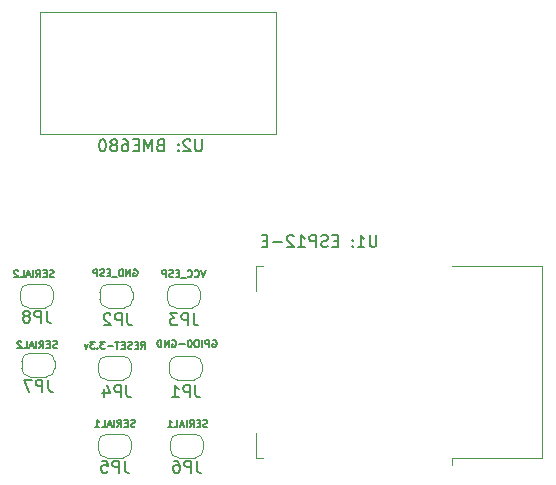
<source format=gbo>
G04 #@! TF.GenerationSoftware,KiCad,Pcbnew,5.1.9+dfsg1-1~bpo10+1*
G04 #@! TF.CreationDate,2021-09-15T19:30:04-04:00*
G04 #@! TF.ProjectId,wifi_shield,77696669-5f73-4686-9965-6c642e6b6963,rev?*
G04 #@! TF.SameCoordinates,Original*
G04 #@! TF.FileFunction,Legend,Bot*
G04 #@! TF.FilePolarity,Positive*
%FSLAX46Y46*%
G04 Gerber Fmt 4.6, Leading zero omitted, Abs format (unit mm)*
G04 Created by KiCad (PCBNEW 5.1.9+dfsg1-1~bpo10+1) date 2021-09-15 19:30:04*
%MOMM*%
%LPD*%
G01*
G04 APERTURE LIST*
%ADD10C,0.150000*%
%ADD11C,0.120000*%
G04 APERTURE END LIST*
D10*
X154516228Y-105983257D02*
X154430514Y-106011828D01*
X154287657Y-106011828D01*
X154230514Y-105983257D01*
X154201942Y-105954685D01*
X154173371Y-105897542D01*
X154173371Y-105840400D01*
X154201942Y-105783257D01*
X154230514Y-105754685D01*
X154287657Y-105726114D01*
X154401942Y-105697542D01*
X154459085Y-105668971D01*
X154487657Y-105640400D01*
X154516228Y-105583257D01*
X154516228Y-105526114D01*
X154487657Y-105468971D01*
X154459085Y-105440400D01*
X154401942Y-105411828D01*
X154259085Y-105411828D01*
X154173371Y-105440400D01*
X153916228Y-105697542D02*
X153716228Y-105697542D01*
X153630514Y-106011828D02*
X153916228Y-106011828D01*
X153916228Y-105411828D01*
X153630514Y-105411828D01*
X153030514Y-106011828D02*
X153230514Y-105726114D01*
X153373371Y-106011828D02*
X153373371Y-105411828D01*
X153144800Y-105411828D01*
X153087657Y-105440400D01*
X153059085Y-105468971D01*
X153030514Y-105526114D01*
X153030514Y-105611828D01*
X153059085Y-105668971D01*
X153087657Y-105697542D01*
X153144800Y-105726114D01*
X153373371Y-105726114D01*
X152773371Y-106011828D02*
X152773371Y-105411828D01*
X152516228Y-105840400D02*
X152230514Y-105840400D01*
X152573371Y-106011828D02*
X152373371Y-105411828D01*
X152173371Y-106011828D01*
X151687657Y-106011828D02*
X151973371Y-106011828D01*
X151973371Y-105411828D01*
X151173371Y-106011828D02*
X151516228Y-106011828D01*
X151344800Y-106011828D02*
X151344800Y-105411828D01*
X151401942Y-105497542D01*
X151459085Y-105554685D01*
X151516228Y-105583257D01*
X148394828Y-105957857D02*
X148309114Y-105986428D01*
X148166257Y-105986428D01*
X148109114Y-105957857D01*
X148080542Y-105929285D01*
X148051971Y-105872142D01*
X148051971Y-105815000D01*
X148080542Y-105757857D01*
X148109114Y-105729285D01*
X148166257Y-105700714D01*
X148280542Y-105672142D01*
X148337685Y-105643571D01*
X148366257Y-105615000D01*
X148394828Y-105557857D01*
X148394828Y-105500714D01*
X148366257Y-105443571D01*
X148337685Y-105415000D01*
X148280542Y-105386428D01*
X148137685Y-105386428D01*
X148051971Y-105415000D01*
X147794828Y-105672142D02*
X147594828Y-105672142D01*
X147509114Y-105986428D02*
X147794828Y-105986428D01*
X147794828Y-105386428D01*
X147509114Y-105386428D01*
X146909114Y-105986428D02*
X147109114Y-105700714D01*
X147251971Y-105986428D02*
X147251971Y-105386428D01*
X147023400Y-105386428D01*
X146966257Y-105415000D01*
X146937685Y-105443571D01*
X146909114Y-105500714D01*
X146909114Y-105586428D01*
X146937685Y-105643571D01*
X146966257Y-105672142D01*
X147023400Y-105700714D01*
X147251971Y-105700714D01*
X146651971Y-105986428D02*
X146651971Y-105386428D01*
X146394828Y-105815000D02*
X146109114Y-105815000D01*
X146451971Y-105986428D02*
X146251971Y-105386428D01*
X146051971Y-105986428D01*
X145566257Y-105986428D02*
X145851971Y-105986428D01*
X145851971Y-105386428D01*
X145051971Y-105986428D02*
X145394828Y-105986428D01*
X145223400Y-105986428D02*
X145223400Y-105386428D01*
X145280542Y-105472142D01*
X145337685Y-105529285D01*
X145394828Y-105557857D01*
X141511428Y-93283257D02*
X141425714Y-93311828D01*
X141282857Y-93311828D01*
X141225714Y-93283257D01*
X141197142Y-93254685D01*
X141168571Y-93197542D01*
X141168571Y-93140400D01*
X141197142Y-93083257D01*
X141225714Y-93054685D01*
X141282857Y-93026114D01*
X141397142Y-92997542D01*
X141454285Y-92968971D01*
X141482857Y-92940400D01*
X141511428Y-92883257D01*
X141511428Y-92826114D01*
X141482857Y-92768971D01*
X141454285Y-92740400D01*
X141397142Y-92711828D01*
X141254285Y-92711828D01*
X141168571Y-92740400D01*
X140911428Y-92997542D02*
X140711428Y-92997542D01*
X140625714Y-93311828D02*
X140911428Y-93311828D01*
X140911428Y-92711828D01*
X140625714Y-92711828D01*
X140025714Y-93311828D02*
X140225714Y-93026114D01*
X140368571Y-93311828D02*
X140368571Y-92711828D01*
X140140000Y-92711828D01*
X140082857Y-92740400D01*
X140054285Y-92768971D01*
X140025714Y-92826114D01*
X140025714Y-92911828D01*
X140054285Y-92968971D01*
X140082857Y-92997542D01*
X140140000Y-93026114D01*
X140368571Y-93026114D01*
X139768571Y-93311828D02*
X139768571Y-92711828D01*
X139511428Y-93140400D02*
X139225714Y-93140400D01*
X139568571Y-93311828D02*
X139368571Y-92711828D01*
X139168571Y-93311828D01*
X138682857Y-93311828D02*
X138968571Y-93311828D01*
X138968571Y-92711828D01*
X138511428Y-92768971D02*
X138482857Y-92740400D01*
X138425714Y-92711828D01*
X138282857Y-92711828D01*
X138225714Y-92740400D01*
X138197142Y-92768971D01*
X138168571Y-92826114D01*
X138168571Y-92883257D01*
X138197142Y-92968971D01*
X138540000Y-93311828D01*
X138168571Y-93311828D01*
X141790828Y-99303057D02*
X141705114Y-99331628D01*
X141562257Y-99331628D01*
X141505114Y-99303057D01*
X141476542Y-99274485D01*
X141447971Y-99217342D01*
X141447971Y-99160200D01*
X141476542Y-99103057D01*
X141505114Y-99074485D01*
X141562257Y-99045914D01*
X141676542Y-99017342D01*
X141733685Y-98988771D01*
X141762257Y-98960200D01*
X141790828Y-98903057D01*
X141790828Y-98845914D01*
X141762257Y-98788771D01*
X141733685Y-98760200D01*
X141676542Y-98731628D01*
X141533685Y-98731628D01*
X141447971Y-98760200D01*
X141190828Y-99017342D02*
X140990828Y-99017342D01*
X140905114Y-99331628D02*
X141190828Y-99331628D01*
X141190828Y-98731628D01*
X140905114Y-98731628D01*
X140305114Y-99331628D02*
X140505114Y-99045914D01*
X140647971Y-99331628D02*
X140647971Y-98731628D01*
X140419400Y-98731628D01*
X140362257Y-98760200D01*
X140333685Y-98788771D01*
X140305114Y-98845914D01*
X140305114Y-98931628D01*
X140333685Y-98988771D01*
X140362257Y-99017342D01*
X140419400Y-99045914D01*
X140647971Y-99045914D01*
X140047971Y-99331628D02*
X140047971Y-98731628D01*
X139790828Y-99160200D02*
X139505114Y-99160200D01*
X139847971Y-99331628D02*
X139647971Y-98731628D01*
X139447971Y-99331628D01*
X138962257Y-99331628D02*
X139247971Y-99331628D01*
X139247971Y-98731628D01*
X138790828Y-98788771D02*
X138762257Y-98760200D01*
X138705114Y-98731628D01*
X138562257Y-98731628D01*
X138505114Y-98760200D01*
X138476542Y-98788771D01*
X138447971Y-98845914D01*
X138447971Y-98903057D01*
X138476542Y-98988771D01*
X138819400Y-99331628D01*
X138447971Y-99331628D01*
X148909114Y-99382428D02*
X149109114Y-99096714D01*
X149251971Y-99382428D02*
X149251971Y-98782428D01*
X149023400Y-98782428D01*
X148966257Y-98811000D01*
X148937685Y-98839571D01*
X148909114Y-98896714D01*
X148909114Y-98982428D01*
X148937685Y-99039571D01*
X148966257Y-99068142D01*
X149023400Y-99096714D01*
X149251971Y-99096714D01*
X148651971Y-99068142D02*
X148451971Y-99068142D01*
X148366257Y-99382428D02*
X148651971Y-99382428D01*
X148651971Y-98782428D01*
X148366257Y-98782428D01*
X148137685Y-99353857D02*
X148051971Y-99382428D01*
X147909114Y-99382428D01*
X147851971Y-99353857D01*
X147823400Y-99325285D01*
X147794828Y-99268142D01*
X147794828Y-99211000D01*
X147823400Y-99153857D01*
X147851971Y-99125285D01*
X147909114Y-99096714D01*
X148023400Y-99068142D01*
X148080542Y-99039571D01*
X148109114Y-99011000D01*
X148137685Y-98953857D01*
X148137685Y-98896714D01*
X148109114Y-98839571D01*
X148080542Y-98811000D01*
X148023400Y-98782428D01*
X147880542Y-98782428D01*
X147794828Y-98811000D01*
X147537685Y-99068142D02*
X147337685Y-99068142D01*
X147251971Y-99382428D02*
X147537685Y-99382428D01*
X147537685Y-98782428D01*
X147251971Y-98782428D01*
X147080542Y-98782428D02*
X146737685Y-98782428D01*
X146909114Y-99382428D02*
X146909114Y-98782428D01*
X146537685Y-99153857D02*
X146080542Y-99153857D01*
X145851971Y-98782428D02*
X145480542Y-98782428D01*
X145680542Y-99011000D01*
X145594828Y-99011000D01*
X145537685Y-99039571D01*
X145509114Y-99068142D01*
X145480542Y-99125285D01*
X145480542Y-99268142D01*
X145509114Y-99325285D01*
X145537685Y-99353857D01*
X145594828Y-99382428D01*
X145766257Y-99382428D01*
X145823400Y-99353857D01*
X145851971Y-99325285D01*
X145223400Y-99325285D02*
X145194828Y-99353857D01*
X145223400Y-99382428D01*
X145251971Y-99353857D01*
X145223400Y-99325285D01*
X145223400Y-99382428D01*
X144994828Y-98782428D02*
X144623400Y-98782428D01*
X144823400Y-99011000D01*
X144737685Y-99011000D01*
X144680542Y-99039571D01*
X144651971Y-99068142D01*
X144623400Y-99125285D01*
X144623400Y-99268142D01*
X144651971Y-99325285D01*
X144680542Y-99353857D01*
X144737685Y-99382428D01*
X144909114Y-99382428D01*
X144966257Y-99353857D01*
X144994828Y-99325285D01*
X144423400Y-98982428D02*
X144280542Y-99382428D01*
X144137685Y-98982428D01*
X154965428Y-98684000D02*
X155022571Y-98655428D01*
X155108285Y-98655428D01*
X155194000Y-98684000D01*
X155251142Y-98741142D01*
X155279714Y-98798285D01*
X155308285Y-98912571D01*
X155308285Y-98998285D01*
X155279714Y-99112571D01*
X155251142Y-99169714D01*
X155194000Y-99226857D01*
X155108285Y-99255428D01*
X155051142Y-99255428D01*
X154965428Y-99226857D01*
X154936857Y-99198285D01*
X154936857Y-98998285D01*
X155051142Y-98998285D01*
X154679714Y-99255428D02*
X154679714Y-98655428D01*
X154451142Y-98655428D01*
X154394000Y-98684000D01*
X154365428Y-98712571D01*
X154336857Y-98769714D01*
X154336857Y-98855428D01*
X154365428Y-98912571D01*
X154394000Y-98941142D01*
X154451142Y-98969714D01*
X154679714Y-98969714D01*
X154079714Y-99255428D02*
X154079714Y-98655428D01*
X153679714Y-98655428D02*
X153565428Y-98655428D01*
X153508285Y-98684000D01*
X153451142Y-98741142D01*
X153422571Y-98855428D01*
X153422571Y-99055428D01*
X153451142Y-99169714D01*
X153508285Y-99226857D01*
X153565428Y-99255428D01*
X153679714Y-99255428D01*
X153736857Y-99226857D01*
X153794000Y-99169714D01*
X153822571Y-99055428D01*
X153822571Y-98855428D01*
X153794000Y-98741142D01*
X153736857Y-98684000D01*
X153679714Y-98655428D01*
X153051142Y-98655428D02*
X152994000Y-98655428D01*
X152936857Y-98684000D01*
X152908285Y-98712571D01*
X152879714Y-98769714D01*
X152851142Y-98884000D01*
X152851142Y-99026857D01*
X152879714Y-99141142D01*
X152908285Y-99198285D01*
X152936857Y-99226857D01*
X152994000Y-99255428D01*
X153051142Y-99255428D01*
X153108285Y-99226857D01*
X153136857Y-99198285D01*
X153165428Y-99141142D01*
X153194000Y-99026857D01*
X153194000Y-98884000D01*
X153165428Y-98769714D01*
X153136857Y-98712571D01*
X153108285Y-98684000D01*
X153051142Y-98655428D01*
X152594000Y-99026857D02*
X152136857Y-99026857D01*
X151536857Y-98684000D02*
X151594000Y-98655428D01*
X151679714Y-98655428D01*
X151765428Y-98684000D01*
X151822571Y-98741142D01*
X151851142Y-98798285D01*
X151879714Y-98912571D01*
X151879714Y-98998285D01*
X151851142Y-99112571D01*
X151822571Y-99169714D01*
X151765428Y-99226857D01*
X151679714Y-99255428D01*
X151622571Y-99255428D01*
X151536857Y-99226857D01*
X151508285Y-99198285D01*
X151508285Y-98998285D01*
X151622571Y-98998285D01*
X151251142Y-99255428D02*
X151251142Y-98655428D01*
X150908285Y-99255428D01*
X150908285Y-98655428D01*
X150622571Y-99255428D02*
X150622571Y-98655428D01*
X150479714Y-98655428D01*
X150394000Y-98684000D01*
X150336857Y-98741142D01*
X150308285Y-98798285D01*
X150279714Y-98912571D01*
X150279714Y-98998285D01*
X150308285Y-99112571D01*
X150336857Y-99169714D01*
X150394000Y-99226857D01*
X150479714Y-99255428D01*
X150622571Y-99255428D01*
X154400314Y-92711828D02*
X154200314Y-93311828D01*
X154000314Y-92711828D01*
X153457457Y-93254685D02*
X153486028Y-93283257D01*
X153571742Y-93311828D01*
X153628885Y-93311828D01*
X153714600Y-93283257D01*
X153771742Y-93226114D01*
X153800314Y-93168971D01*
X153828885Y-93054685D01*
X153828885Y-92968971D01*
X153800314Y-92854685D01*
X153771742Y-92797542D01*
X153714600Y-92740400D01*
X153628885Y-92711828D01*
X153571742Y-92711828D01*
X153486028Y-92740400D01*
X153457457Y-92768971D01*
X152857457Y-93254685D02*
X152886028Y-93283257D01*
X152971742Y-93311828D01*
X153028885Y-93311828D01*
X153114600Y-93283257D01*
X153171742Y-93226114D01*
X153200314Y-93168971D01*
X153228885Y-93054685D01*
X153228885Y-92968971D01*
X153200314Y-92854685D01*
X153171742Y-92797542D01*
X153114600Y-92740400D01*
X153028885Y-92711828D01*
X152971742Y-92711828D01*
X152886028Y-92740400D01*
X152857457Y-92768971D01*
X152743171Y-93368971D02*
X152286028Y-93368971D01*
X152143171Y-92997542D02*
X151943171Y-92997542D01*
X151857457Y-93311828D02*
X152143171Y-93311828D01*
X152143171Y-92711828D01*
X151857457Y-92711828D01*
X151628885Y-93283257D02*
X151543171Y-93311828D01*
X151400314Y-93311828D01*
X151343171Y-93283257D01*
X151314600Y-93254685D01*
X151286028Y-93197542D01*
X151286028Y-93140400D01*
X151314600Y-93083257D01*
X151343171Y-93054685D01*
X151400314Y-93026114D01*
X151514600Y-92997542D01*
X151571742Y-92968971D01*
X151600314Y-92940400D01*
X151628885Y-92883257D01*
X151628885Y-92826114D01*
X151600314Y-92768971D01*
X151571742Y-92740400D01*
X151514600Y-92711828D01*
X151371742Y-92711828D01*
X151286028Y-92740400D01*
X151028885Y-93311828D02*
X151028885Y-92711828D01*
X150800314Y-92711828D01*
X150743171Y-92740400D01*
X150714600Y-92768971D01*
X150686028Y-92826114D01*
X150686028Y-92911828D01*
X150714600Y-92968971D01*
X150743171Y-92997542D01*
X150800314Y-93026114D01*
X151028885Y-93026114D01*
X148291657Y-92689600D02*
X148348800Y-92661028D01*
X148434514Y-92661028D01*
X148520228Y-92689600D01*
X148577371Y-92746742D01*
X148605942Y-92803885D01*
X148634514Y-92918171D01*
X148634514Y-93003885D01*
X148605942Y-93118171D01*
X148577371Y-93175314D01*
X148520228Y-93232457D01*
X148434514Y-93261028D01*
X148377371Y-93261028D01*
X148291657Y-93232457D01*
X148263085Y-93203885D01*
X148263085Y-93003885D01*
X148377371Y-93003885D01*
X148005942Y-93261028D02*
X148005942Y-92661028D01*
X147663085Y-93261028D01*
X147663085Y-92661028D01*
X147377371Y-93261028D02*
X147377371Y-92661028D01*
X147234514Y-92661028D01*
X147148800Y-92689600D01*
X147091657Y-92746742D01*
X147063085Y-92803885D01*
X147034514Y-92918171D01*
X147034514Y-93003885D01*
X147063085Y-93118171D01*
X147091657Y-93175314D01*
X147148800Y-93232457D01*
X147234514Y-93261028D01*
X147377371Y-93261028D01*
X146920228Y-93318171D02*
X146463085Y-93318171D01*
X146320228Y-92946742D02*
X146120228Y-92946742D01*
X146034514Y-93261028D02*
X146320228Y-93261028D01*
X146320228Y-92661028D01*
X146034514Y-92661028D01*
X145805942Y-93232457D02*
X145720228Y-93261028D01*
X145577371Y-93261028D01*
X145520228Y-93232457D01*
X145491657Y-93203885D01*
X145463085Y-93146742D01*
X145463085Y-93089600D01*
X145491657Y-93032457D01*
X145520228Y-93003885D01*
X145577371Y-92975314D01*
X145691657Y-92946742D01*
X145748800Y-92918171D01*
X145777371Y-92889600D01*
X145805942Y-92832457D01*
X145805942Y-92775314D01*
X145777371Y-92718171D01*
X145748800Y-92689600D01*
X145691657Y-92661028D01*
X145548800Y-92661028D01*
X145463085Y-92689600D01*
X145205942Y-93261028D02*
X145205942Y-92661028D01*
X144977371Y-92661028D01*
X144920228Y-92689600D01*
X144891657Y-92718171D01*
X144863085Y-92775314D01*
X144863085Y-92861028D01*
X144891657Y-92918171D01*
X144920228Y-92946742D01*
X144977371Y-92975314D01*
X145205942Y-92975314D01*
D11*
X182870000Y-108620000D02*
X182870000Y-92380000D01*
X182870000Y-92380000D02*
X175250000Y-92380000D01*
X159250000Y-92380000D02*
X158630000Y-92380000D01*
X158630000Y-92380000D02*
X158630000Y-94500000D01*
X158630000Y-106500000D02*
X158630000Y-108620000D01*
X158630000Y-108620000D02*
X159250000Y-108620000D01*
X175250000Y-108620000D02*
X182870000Y-108620000D01*
X175250000Y-108620000D02*
X175250000Y-109230000D01*
X146110000Y-95920000D02*
X147510000Y-95920000D01*
X148210000Y-95220000D02*
X148210000Y-94620000D01*
X147510000Y-93920000D02*
X146110000Y-93920000D01*
X145410000Y-94620000D02*
X145410000Y-95220000D01*
X145410000Y-95220000D02*
G75*
G03*
X146110000Y-95920000I700000J0D01*
G01*
X146110000Y-93920000D02*
G75*
G03*
X145410000Y-94620000I0J-700000D01*
G01*
X148210000Y-94620000D02*
G75*
G03*
X147510000Y-93920000I-700000J0D01*
G01*
X147510000Y-95920000D02*
G75*
G03*
X148210000Y-95220000I0J700000D01*
G01*
X140340000Y-80880000D02*
X140340000Y-70880000D01*
X140340000Y-70880000D02*
X160340000Y-70880000D01*
X160340000Y-70880000D02*
X160340000Y-80880000D01*
X160340000Y-81200000D02*
X140340000Y-81200000D01*
X160340000Y-80880000D02*
X160340000Y-81200000D01*
X140340000Y-81200000D02*
X140340000Y-80880000D01*
X151282000Y-100716000D02*
X151282000Y-101316000D01*
X153382000Y-100016000D02*
X151982000Y-100016000D01*
X154082000Y-101316000D02*
X154082000Y-100716000D01*
X151982000Y-102016000D02*
X153382000Y-102016000D01*
X153382000Y-102016000D02*
G75*
G03*
X154082000Y-101316000I0J700000D01*
G01*
X154082000Y-100716000D02*
G75*
G03*
X153382000Y-100016000I-700000J0D01*
G01*
X151982000Y-100016000D02*
G75*
G03*
X151282000Y-100716000I0J-700000D01*
G01*
X151282000Y-101316000D02*
G75*
G03*
X151982000Y-102016000I700000J0D01*
G01*
X138694000Y-94620000D02*
X138694000Y-95220000D01*
X140794000Y-93920000D02*
X139394000Y-93920000D01*
X141494000Y-95220000D02*
X141494000Y-94620000D01*
X139394000Y-95920000D02*
X140794000Y-95920000D01*
X140794000Y-95920000D02*
G75*
G03*
X141494000Y-95220000I0J700000D01*
G01*
X141494000Y-94620000D02*
G75*
G03*
X140794000Y-93920000I-700000J0D01*
G01*
X139394000Y-93920000D02*
G75*
G03*
X138694000Y-94620000I0J-700000D01*
G01*
X138694000Y-95220000D02*
G75*
G03*
X139394000Y-95920000I700000J0D01*
G01*
X138806000Y-100462000D02*
X138806000Y-101062000D01*
X140906000Y-99762000D02*
X139506000Y-99762000D01*
X141606000Y-101062000D02*
X141606000Y-100462000D01*
X139506000Y-101762000D02*
X140906000Y-101762000D01*
X140906000Y-101762000D02*
G75*
G03*
X141606000Y-101062000I0J700000D01*
G01*
X141606000Y-100462000D02*
G75*
G03*
X140906000Y-99762000I-700000J0D01*
G01*
X139506000Y-99762000D02*
G75*
G03*
X138806000Y-100462000I0J-700000D01*
G01*
X138806000Y-101062000D02*
G75*
G03*
X139506000Y-101762000I700000J0D01*
G01*
X152094000Y-108620000D02*
X153494000Y-108620000D01*
X154194000Y-107920000D02*
X154194000Y-107320000D01*
X153494000Y-106620000D02*
X152094000Y-106620000D01*
X151394000Y-107320000D02*
X151394000Y-107920000D01*
X151394000Y-107920000D02*
G75*
G03*
X152094000Y-108620000I700000J0D01*
G01*
X152094000Y-106620000D02*
G75*
G03*
X151394000Y-107320000I0J-700000D01*
G01*
X154194000Y-107320000D02*
G75*
G03*
X153494000Y-106620000I-700000J0D01*
G01*
X153494000Y-108620000D02*
G75*
G03*
X154194000Y-107920000I0J700000D01*
G01*
X151140000Y-94620000D02*
X151140000Y-95220000D01*
X153240000Y-93920000D02*
X151840000Y-93920000D01*
X153940000Y-95220000D02*
X153940000Y-94620000D01*
X151840000Y-95920000D02*
X153240000Y-95920000D01*
X153240000Y-95920000D02*
G75*
G03*
X153940000Y-95220000I0J700000D01*
G01*
X153940000Y-94620000D02*
G75*
G03*
X153240000Y-93920000I-700000J0D01*
G01*
X151840000Y-93920000D02*
G75*
G03*
X151140000Y-94620000I0J-700000D01*
G01*
X151140000Y-95220000D02*
G75*
G03*
X151840000Y-95920000I700000J0D01*
G01*
X145998000Y-102016000D02*
X147398000Y-102016000D01*
X148098000Y-101316000D02*
X148098000Y-100716000D01*
X147398000Y-100016000D02*
X145998000Y-100016000D01*
X145298000Y-100716000D02*
X145298000Y-101316000D01*
X145298000Y-101316000D02*
G75*
G03*
X145998000Y-102016000I700000J0D01*
G01*
X145998000Y-100016000D02*
G75*
G03*
X145298000Y-100716000I0J-700000D01*
G01*
X148098000Y-100716000D02*
G75*
G03*
X147398000Y-100016000I-700000J0D01*
G01*
X147398000Y-102016000D02*
G75*
G03*
X148098000Y-101316000I0J700000D01*
G01*
X145998000Y-108620000D02*
X147398000Y-108620000D01*
X148098000Y-107920000D02*
X148098000Y-107320000D01*
X147398000Y-106620000D02*
X145998000Y-106620000D01*
X145298000Y-107320000D02*
X145298000Y-107920000D01*
X145298000Y-107920000D02*
G75*
G03*
X145998000Y-108620000I700000J0D01*
G01*
X145998000Y-106620000D02*
G75*
G03*
X145298000Y-107320000I0J-700000D01*
G01*
X148098000Y-107320000D02*
G75*
G03*
X147398000Y-106620000I-700000J0D01*
G01*
X147398000Y-108620000D02*
G75*
G03*
X148098000Y-107920000I0J700000D01*
G01*
D10*
X168828733Y-89774980D02*
X168828733Y-90584504D01*
X168781114Y-90679742D01*
X168733495Y-90727361D01*
X168638257Y-90774980D01*
X168447780Y-90774980D01*
X168352542Y-90727361D01*
X168304923Y-90679742D01*
X168257304Y-90584504D01*
X168257304Y-89774980D01*
X167257304Y-90774980D02*
X167828733Y-90774980D01*
X167543019Y-90774980D02*
X167543019Y-89774980D01*
X167638257Y-89917838D01*
X167733495Y-90013076D01*
X167828733Y-90060695D01*
X166828733Y-90679742D02*
X166781114Y-90727361D01*
X166828733Y-90774980D01*
X166876352Y-90727361D01*
X166828733Y-90679742D01*
X166828733Y-90774980D01*
X166828733Y-90155933D02*
X166781114Y-90203552D01*
X166828733Y-90251171D01*
X166876352Y-90203552D01*
X166828733Y-90155933D01*
X166828733Y-90251171D01*
X165590638Y-90251171D02*
X165257304Y-90251171D01*
X165114447Y-90774980D02*
X165590638Y-90774980D01*
X165590638Y-89774980D01*
X165114447Y-89774980D01*
X164733495Y-90727361D02*
X164590638Y-90774980D01*
X164352542Y-90774980D01*
X164257304Y-90727361D01*
X164209685Y-90679742D01*
X164162066Y-90584504D01*
X164162066Y-90489266D01*
X164209685Y-90394028D01*
X164257304Y-90346409D01*
X164352542Y-90298790D01*
X164543019Y-90251171D01*
X164638257Y-90203552D01*
X164685876Y-90155933D01*
X164733495Y-90060695D01*
X164733495Y-89965457D01*
X164685876Y-89870219D01*
X164638257Y-89822600D01*
X164543019Y-89774980D01*
X164304923Y-89774980D01*
X164162066Y-89822600D01*
X163733495Y-90774980D02*
X163733495Y-89774980D01*
X163352542Y-89774980D01*
X163257304Y-89822600D01*
X163209685Y-89870219D01*
X163162066Y-89965457D01*
X163162066Y-90108314D01*
X163209685Y-90203552D01*
X163257304Y-90251171D01*
X163352542Y-90298790D01*
X163733495Y-90298790D01*
X162209685Y-90774980D02*
X162781114Y-90774980D01*
X162495400Y-90774980D02*
X162495400Y-89774980D01*
X162590638Y-89917838D01*
X162685876Y-90013076D01*
X162781114Y-90060695D01*
X161828733Y-89870219D02*
X161781114Y-89822600D01*
X161685876Y-89774980D01*
X161447780Y-89774980D01*
X161352542Y-89822600D01*
X161304923Y-89870219D01*
X161257304Y-89965457D01*
X161257304Y-90060695D01*
X161304923Y-90203552D01*
X161876352Y-90774980D01*
X161257304Y-90774980D01*
X160828733Y-90394028D02*
X160066828Y-90394028D01*
X159590638Y-90251171D02*
X159257304Y-90251171D01*
X159114447Y-90774980D02*
X159590638Y-90774980D01*
X159590638Y-89774980D01*
X159114447Y-89774980D01*
X147743333Y-96404380D02*
X147743333Y-97118666D01*
X147790952Y-97261523D01*
X147886190Y-97356761D01*
X148029047Y-97404380D01*
X148124285Y-97404380D01*
X147267142Y-97404380D02*
X147267142Y-96404380D01*
X146886190Y-96404380D01*
X146790952Y-96452000D01*
X146743333Y-96499619D01*
X146695714Y-96594857D01*
X146695714Y-96737714D01*
X146743333Y-96832952D01*
X146790952Y-96880571D01*
X146886190Y-96928190D01*
X147267142Y-96928190D01*
X146314761Y-96499619D02*
X146267142Y-96452000D01*
X146171904Y-96404380D01*
X145933809Y-96404380D01*
X145838571Y-96452000D01*
X145790952Y-96499619D01*
X145743333Y-96594857D01*
X145743333Y-96690095D01*
X145790952Y-96832952D01*
X146362380Y-97404380D01*
X145743333Y-97404380D01*
X154079333Y-81672380D02*
X154079333Y-82481904D01*
X154031714Y-82577142D01*
X153984095Y-82624761D01*
X153888857Y-82672380D01*
X153698380Y-82672380D01*
X153603142Y-82624761D01*
X153555523Y-82577142D01*
X153507904Y-82481904D01*
X153507904Y-81672380D01*
X153079333Y-81767619D02*
X153031714Y-81720000D01*
X152936476Y-81672380D01*
X152698380Y-81672380D01*
X152603142Y-81720000D01*
X152555523Y-81767619D01*
X152507904Y-81862857D01*
X152507904Y-81958095D01*
X152555523Y-82100952D01*
X153126952Y-82672380D01*
X152507904Y-82672380D01*
X152079333Y-82577142D02*
X152031714Y-82624761D01*
X152079333Y-82672380D01*
X152126952Y-82624761D01*
X152079333Y-82577142D01*
X152079333Y-82672380D01*
X152079333Y-82053333D02*
X152031714Y-82100952D01*
X152079333Y-82148571D01*
X152126952Y-82100952D01*
X152079333Y-82053333D01*
X152079333Y-82148571D01*
X150507904Y-82148571D02*
X150365047Y-82196190D01*
X150317428Y-82243809D01*
X150269809Y-82339047D01*
X150269809Y-82481904D01*
X150317428Y-82577142D01*
X150365047Y-82624761D01*
X150460285Y-82672380D01*
X150841238Y-82672380D01*
X150841238Y-81672380D01*
X150507904Y-81672380D01*
X150412666Y-81720000D01*
X150365047Y-81767619D01*
X150317428Y-81862857D01*
X150317428Y-81958095D01*
X150365047Y-82053333D01*
X150412666Y-82100952D01*
X150507904Y-82148571D01*
X150841238Y-82148571D01*
X149841238Y-82672380D02*
X149841238Y-81672380D01*
X149507904Y-82386666D01*
X149174571Y-81672380D01*
X149174571Y-82672380D01*
X148698380Y-82148571D02*
X148365047Y-82148571D01*
X148222190Y-82672380D02*
X148698380Y-82672380D01*
X148698380Y-81672380D01*
X148222190Y-81672380D01*
X147365047Y-81672380D02*
X147555523Y-81672380D01*
X147650761Y-81720000D01*
X147698380Y-81767619D01*
X147793619Y-81910476D01*
X147841238Y-82100952D01*
X147841238Y-82481904D01*
X147793619Y-82577142D01*
X147746000Y-82624761D01*
X147650761Y-82672380D01*
X147460285Y-82672380D01*
X147365047Y-82624761D01*
X147317428Y-82577142D01*
X147269809Y-82481904D01*
X147269809Y-82243809D01*
X147317428Y-82148571D01*
X147365047Y-82100952D01*
X147460285Y-82053333D01*
X147650761Y-82053333D01*
X147746000Y-82100952D01*
X147793619Y-82148571D01*
X147841238Y-82243809D01*
X146698380Y-82100952D02*
X146793619Y-82053333D01*
X146841238Y-82005714D01*
X146888857Y-81910476D01*
X146888857Y-81862857D01*
X146841238Y-81767619D01*
X146793619Y-81720000D01*
X146698380Y-81672380D01*
X146507904Y-81672380D01*
X146412666Y-81720000D01*
X146365047Y-81767619D01*
X146317428Y-81862857D01*
X146317428Y-81910476D01*
X146365047Y-82005714D01*
X146412666Y-82053333D01*
X146507904Y-82100952D01*
X146698380Y-82100952D01*
X146793619Y-82148571D01*
X146841238Y-82196190D01*
X146888857Y-82291428D01*
X146888857Y-82481904D01*
X146841238Y-82577142D01*
X146793619Y-82624761D01*
X146698380Y-82672380D01*
X146507904Y-82672380D01*
X146412666Y-82624761D01*
X146365047Y-82577142D01*
X146317428Y-82481904D01*
X146317428Y-82291428D01*
X146365047Y-82196190D01*
X146412666Y-82148571D01*
X146507904Y-82100952D01*
X145698380Y-81672380D02*
X145603142Y-81672380D01*
X145507904Y-81720000D01*
X145460285Y-81767619D01*
X145412666Y-81862857D01*
X145365047Y-82053333D01*
X145365047Y-82291428D01*
X145412666Y-82481904D01*
X145460285Y-82577142D01*
X145507904Y-82624761D01*
X145603142Y-82672380D01*
X145698380Y-82672380D01*
X145793619Y-82624761D01*
X145841238Y-82577142D01*
X145888857Y-82481904D01*
X145936476Y-82291428D01*
X145936476Y-82053333D01*
X145888857Y-81862857D01*
X145841238Y-81767619D01*
X145793619Y-81720000D01*
X145698380Y-81672380D01*
X153515333Y-102500380D02*
X153515333Y-103214666D01*
X153562952Y-103357523D01*
X153658190Y-103452761D01*
X153801047Y-103500380D01*
X153896285Y-103500380D01*
X153039142Y-103500380D02*
X153039142Y-102500380D01*
X152658190Y-102500380D01*
X152562952Y-102548000D01*
X152515333Y-102595619D01*
X152467714Y-102690857D01*
X152467714Y-102833714D01*
X152515333Y-102928952D01*
X152562952Y-102976571D01*
X152658190Y-103024190D01*
X153039142Y-103024190D01*
X151515333Y-103500380D02*
X152086761Y-103500380D01*
X151801047Y-103500380D02*
X151801047Y-102500380D01*
X151896285Y-102643238D01*
X151991523Y-102738476D01*
X152086761Y-102786095D01*
X140927333Y-96172380D02*
X140927333Y-96886666D01*
X140974952Y-97029523D01*
X141070190Y-97124761D01*
X141213047Y-97172380D01*
X141308285Y-97172380D01*
X140451142Y-97172380D02*
X140451142Y-96172380D01*
X140070190Y-96172380D01*
X139974952Y-96220000D01*
X139927333Y-96267619D01*
X139879714Y-96362857D01*
X139879714Y-96505714D01*
X139927333Y-96600952D01*
X139974952Y-96648571D01*
X140070190Y-96696190D01*
X140451142Y-96696190D01*
X139308285Y-96600952D02*
X139403523Y-96553333D01*
X139451142Y-96505714D01*
X139498761Y-96410476D01*
X139498761Y-96362857D01*
X139451142Y-96267619D01*
X139403523Y-96220000D01*
X139308285Y-96172380D01*
X139117809Y-96172380D01*
X139022571Y-96220000D01*
X138974952Y-96267619D01*
X138927333Y-96362857D01*
X138927333Y-96410476D01*
X138974952Y-96505714D01*
X139022571Y-96553333D01*
X139117809Y-96600952D01*
X139308285Y-96600952D01*
X139403523Y-96648571D01*
X139451142Y-96696190D01*
X139498761Y-96791428D01*
X139498761Y-96981904D01*
X139451142Y-97077142D01*
X139403523Y-97124761D01*
X139308285Y-97172380D01*
X139117809Y-97172380D01*
X139022571Y-97124761D01*
X138974952Y-97077142D01*
X138927333Y-96981904D01*
X138927333Y-96791428D01*
X138974952Y-96696190D01*
X139022571Y-96648571D01*
X139117809Y-96600952D01*
X141039333Y-102014380D02*
X141039333Y-102728666D01*
X141086952Y-102871523D01*
X141182190Y-102966761D01*
X141325047Y-103014380D01*
X141420285Y-103014380D01*
X140563142Y-103014380D02*
X140563142Y-102014380D01*
X140182190Y-102014380D01*
X140086952Y-102062000D01*
X140039333Y-102109619D01*
X139991714Y-102204857D01*
X139991714Y-102347714D01*
X140039333Y-102442952D01*
X140086952Y-102490571D01*
X140182190Y-102538190D01*
X140563142Y-102538190D01*
X139658380Y-102014380D02*
X138991714Y-102014380D01*
X139420285Y-103014380D01*
X153627333Y-108872380D02*
X153627333Y-109586666D01*
X153674952Y-109729523D01*
X153770190Y-109824761D01*
X153913047Y-109872380D01*
X154008285Y-109872380D01*
X153151142Y-109872380D02*
X153151142Y-108872380D01*
X152770190Y-108872380D01*
X152674952Y-108920000D01*
X152627333Y-108967619D01*
X152579714Y-109062857D01*
X152579714Y-109205714D01*
X152627333Y-109300952D01*
X152674952Y-109348571D01*
X152770190Y-109396190D01*
X153151142Y-109396190D01*
X151722571Y-108872380D02*
X151913047Y-108872380D01*
X152008285Y-108920000D01*
X152055904Y-108967619D01*
X152151142Y-109110476D01*
X152198761Y-109300952D01*
X152198761Y-109681904D01*
X152151142Y-109777142D01*
X152103523Y-109824761D01*
X152008285Y-109872380D01*
X151817809Y-109872380D01*
X151722571Y-109824761D01*
X151674952Y-109777142D01*
X151627333Y-109681904D01*
X151627333Y-109443809D01*
X151674952Y-109348571D01*
X151722571Y-109300952D01*
X151817809Y-109253333D01*
X152008285Y-109253333D01*
X152103523Y-109300952D01*
X152151142Y-109348571D01*
X152198761Y-109443809D01*
X153373333Y-96404380D02*
X153373333Y-97118666D01*
X153420952Y-97261523D01*
X153516190Y-97356761D01*
X153659047Y-97404380D01*
X153754285Y-97404380D01*
X152897142Y-97404380D02*
X152897142Y-96404380D01*
X152516190Y-96404380D01*
X152420952Y-96452000D01*
X152373333Y-96499619D01*
X152325714Y-96594857D01*
X152325714Y-96737714D01*
X152373333Y-96832952D01*
X152420952Y-96880571D01*
X152516190Y-96928190D01*
X152897142Y-96928190D01*
X151992380Y-96404380D02*
X151373333Y-96404380D01*
X151706666Y-96785333D01*
X151563809Y-96785333D01*
X151468571Y-96832952D01*
X151420952Y-96880571D01*
X151373333Y-96975809D01*
X151373333Y-97213904D01*
X151420952Y-97309142D01*
X151468571Y-97356761D01*
X151563809Y-97404380D01*
X151849523Y-97404380D01*
X151944761Y-97356761D01*
X151992380Y-97309142D01*
X147673333Y-102500380D02*
X147673333Y-103214666D01*
X147720952Y-103357523D01*
X147816190Y-103452761D01*
X147959047Y-103500380D01*
X148054285Y-103500380D01*
X147197142Y-103500380D02*
X147197142Y-102500380D01*
X146816190Y-102500380D01*
X146720952Y-102548000D01*
X146673333Y-102595619D01*
X146625714Y-102690857D01*
X146625714Y-102833714D01*
X146673333Y-102928952D01*
X146720952Y-102976571D01*
X146816190Y-103024190D01*
X147197142Y-103024190D01*
X145768571Y-102833714D02*
X145768571Y-103500380D01*
X146006666Y-102452761D02*
X146244761Y-103167047D01*
X145625714Y-103167047D01*
X147531333Y-108872380D02*
X147531333Y-109586666D01*
X147578952Y-109729523D01*
X147674190Y-109824761D01*
X147817047Y-109872380D01*
X147912285Y-109872380D01*
X147055142Y-109872380D02*
X147055142Y-108872380D01*
X146674190Y-108872380D01*
X146578952Y-108920000D01*
X146531333Y-108967619D01*
X146483714Y-109062857D01*
X146483714Y-109205714D01*
X146531333Y-109300952D01*
X146578952Y-109348571D01*
X146674190Y-109396190D01*
X147055142Y-109396190D01*
X145578952Y-108872380D02*
X146055142Y-108872380D01*
X146102761Y-109348571D01*
X146055142Y-109300952D01*
X145959904Y-109253333D01*
X145721809Y-109253333D01*
X145626571Y-109300952D01*
X145578952Y-109348571D01*
X145531333Y-109443809D01*
X145531333Y-109681904D01*
X145578952Y-109777142D01*
X145626571Y-109824761D01*
X145721809Y-109872380D01*
X145959904Y-109872380D01*
X146055142Y-109824761D01*
X146102761Y-109777142D01*
M02*

</source>
